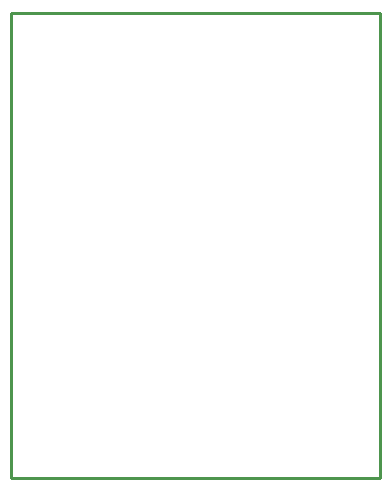
<source format=gbr>
%TF.GenerationSoftware,Altium Limited,Altium Designer,24.7.2 (38)*%
G04 Layer_Color=16711935*
%FSLAX45Y45*%
%MOMM*%
%TF.SameCoordinates,C77648C0-80D8-424D-8617-BB5A92A82554*%
%TF.FilePolarity,Positive*%
%TF.FileFunction,Other,Mechanical_1*%
%TF.Part,Single*%
G01*
G75*
%TA.AperFunction,NonConductor*%
%ADD35C,0.25400*%
D35*
X-25400Y3962400D02*
X76200D01*
X-25400Y25400D02*
Y3962400D01*
Y25400D02*
X76200D01*
X2971800Y3962400D02*
X3098800D01*
Y25400D02*
Y3962400D01*
Y25400D02*
Y127000D01*
X76200Y3962400D02*
X2971800D01*
X76200Y25400D02*
X3098800D01*
%TF.MD5,08bf25d8916847e4d0b41663a86d60ca*%
M02*

</source>
